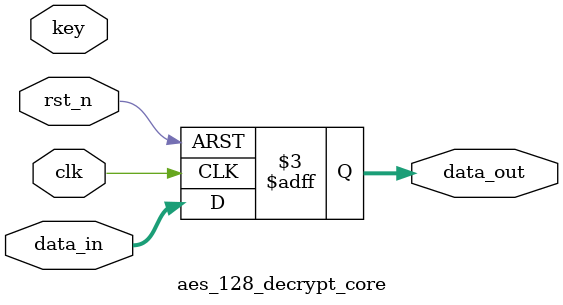
<source format=v>
module aes_128_cbc_decrypt(
    input wire clk,
    input wire rst_n,
    input wire [127:0] ciphertext,  // Input ciphertext block
    input wire [127:0] key,         // AES decryption key
    input wire [127:0] iv,          // Initialization vector (IV)
    output reg [127:0] plaintext    // Output decrypted plaintext
);

    wire [127:0] aes_decrypted_block;
    reg [127:0] prev_cipher_block;
    reg [127:0] decrypted_block;

    // AES decryption core instance (replace with full AES decryption logic)
    aes_128_decrypt_core aes_decrypt (
        .clk(clk),
        .rst_n(rst_n),
        .data_in(ciphertext),  // Ciphertext input
        .key(key),             // AES key
        .data_out(aes_decrypted_block)  // Decrypted block output
    );

    always @(posedge clk or negedge rst_n) begin
        if (!rst_n) begin
            prev_cipher_block <= iv;  // Set previous block to IV on reset
            plaintext <= 0;
        end else begin
            decrypted_block <= aes_decrypted_block;                // AES decryption result
            plaintext <= decrypted_block ^ prev_cipher_block;      // XOR with previous ciphertext or IV
            prev_cipher_block <= ciphertext;                       // Update previous ciphertext block
        end
    end

endmodule

// Full AES-128 Decryption Core (replace this with actual AES decryption logic)
module aes_128_decrypt_core(
    input wire clk,
    input wire rst_n,
    input wire [127:0] data_in,  // Ciphertext input
    input wire [127:0] key,      // AES key
    output reg [127:0] data_out  // Decrypted plaintext output
);

    // AES decryption logic would go here (for now, just passing through)
    always @(posedge clk or negedge rst_n) begin
        if (!rst_n) begin
            data_out <= 128'h0;
        end else begin
            // Here you should implement the full AES-128 decryption algorithm
            data_out <= data_in; // Placeholder: actual AES decryption should happen here
        end
    end

endmodule


</source>
